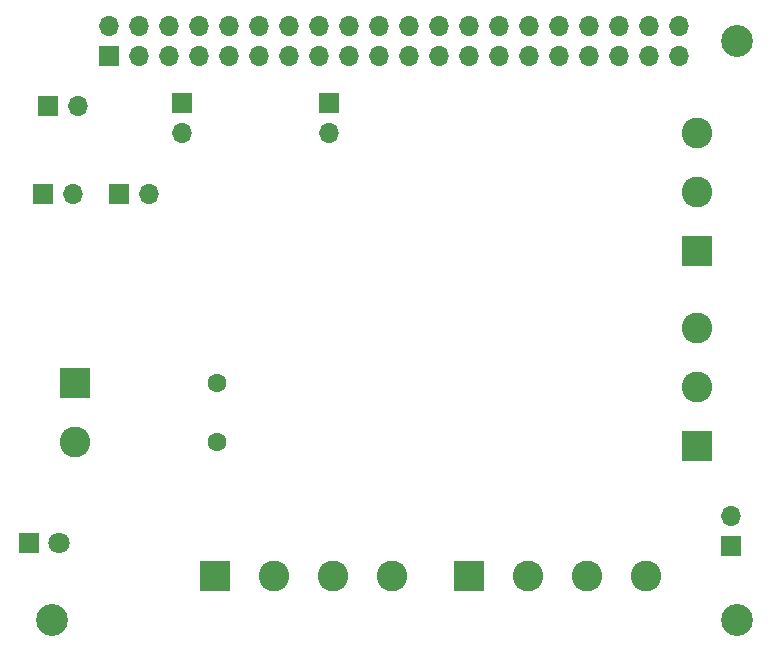
<source format=gbr>
%TF.GenerationSoftware,KiCad,Pcbnew,7.0.1*%
%TF.CreationDate,2024-01-31T00:22:47-07:00*%
%TF.ProjectId,Portal Gun PiHAT,506f7274-616c-4204-9775-6e2050694841,rev?*%
%TF.SameCoordinates,Original*%
%TF.FileFunction,Soldermask,Bot*%
%TF.FilePolarity,Negative*%
%FSLAX46Y46*%
G04 Gerber Fmt 4.6, Leading zero omitted, Abs format (unit mm)*
G04 Created by KiCad (PCBNEW 7.0.1) date 2024-01-31 00:22:47*
%MOMM*%
%LPD*%
G01*
G04 APERTURE LIST*
%ADD10R,1.700000X1.700000*%
%ADD11O,1.700000X1.700000*%
%ADD12C,2.700000*%
%ADD13R,1.800000X1.800000*%
%ADD14C,1.800000*%
%ADD15R,2.600000X2.600000*%
%ADD16C,2.600000*%
%ADD17C,1.600000*%
G04 APERTURE END LIST*
D10*
%TO.C,J1*%
X102725000Y-60500000D03*
D11*
X105265000Y-60500000D03*
%TD*%
D12*
%TO.C,MH2*%
X161500000Y-47500000D03*
%TD*%
D10*
%TO.C,SW2*%
X114500000Y-52725000D03*
D11*
X114500000Y-55265000D03*
%TD*%
D13*
%TO.C,D1*%
X101575000Y-90000000D03*
D14*
X104115000Y-90000000D03*
%TD*%
D15*
%TO.C,J6*%
X158150000Y-65300000D03*
D16*
X158150000Y-60300000D03*
X158150000Y-55300000D03*
%TD*%
D15*
%TO.C,J8*%
X117350000Y-92800000D03*
D16*
X122350000Y-92800000D03*
X127350000Y-92800000D03*
X132350000Y-92800000D03*
%TD*%
D15*
%TO.C,J2*%
X105500000Y-76500000D03*
D16*
X105500000Y-81500000D03*
%TD*%
D12*
%TO.C,MH3*%
X103500000Y-96500000D03*
%TD*%
D17*
%TO.C,C1*%
X117500000Y-76500000D03*
X117500000Y-81500000D03*
%TD*%
D10*
%TO.C,J4*%
X109200000Y-60500000D03*
D11*
X111740000Y-60500000D03*
%TD*%
D15*
%TO.C,J9*%
X158150000Y-81800000D03*
D16*
X158150000Y-76800000D03*
X158150000Y-71800000D03*
%TD*%
D12*
%TO.C,MH4*%
X161500000Y-96500000D03*
%TD*%
D10*
%TO.C,J5*%
X103225000Y-53000000D03*
D11*
X105765000Y-53000000D03*
%TD*%
D15*
%TO.C,J7*%
X138850000Y-92800000D03*
D16*
X143850000Y-92800000D03*
X148850000Y-92800000D03*
X153850000Y-92800000D03*
%TD*%
D10*
%TO.C,SW1*%
X127000000Y-52725000D03*
D11*
X127000000Y-55265000D03*
%TD*%
D10*
%TO.C,SW3*%
X161000000Y-90275000D03*
D11*
X161000000Y-87735000D03*
%TD*%
D10*
%TO.C,J3*%
X108370000Y-48770000D03*
D11*
X108370000Y-46230000D03*
X110910000Y-48770000D03*
X110910000Y-46230000D03*
X113450000Y-48770000D03*
X113450000Y-46230000D03*
X115990000Y-48770000D03*
X115990000Y-46230000D03*
X118530000Y-48770000D03*
X118530000Y-46230000D03*
X121070000Y-48770000D03*
X121070000Y-46230000D03*
X123610000Y-48770000D03*
X123610000Y-46230000D03*
X126150000Y-48770000D03*
X126150000Y-46230000D03*
X128690000Y-48770000D03*
X128690000Y-46230000D03*
X131230000Y-48770000D03*
X131230000Y-46230000D03*
X133770000Y-48770000D03*
X133770000Y-46230000D03*
X136310000Y-48770000D03*
X136310000Y-46230000D03*
X138850000Y-48770000D03*
X138850000Y-46230000D03*
X141390000Y-48770000D03*
X141390000Y-46230000D03*
X143930000Y-48770000D03*
X143930000Y-46230000D03*
X146470000Y-48770000D03*
X146470000Y-46230000D03*
X149010000Y-48770000D03*
X149010000Y-46230000D03*
X151550000Y-48770000D03*
X151550000Y-46230000D03*
X154090000Y-48770000D03*
X154090000Y-46230000D03*
X156630000Y-48770000D03*
X156630000Y-46230000D03*
%TD*%
M02*

</source>
